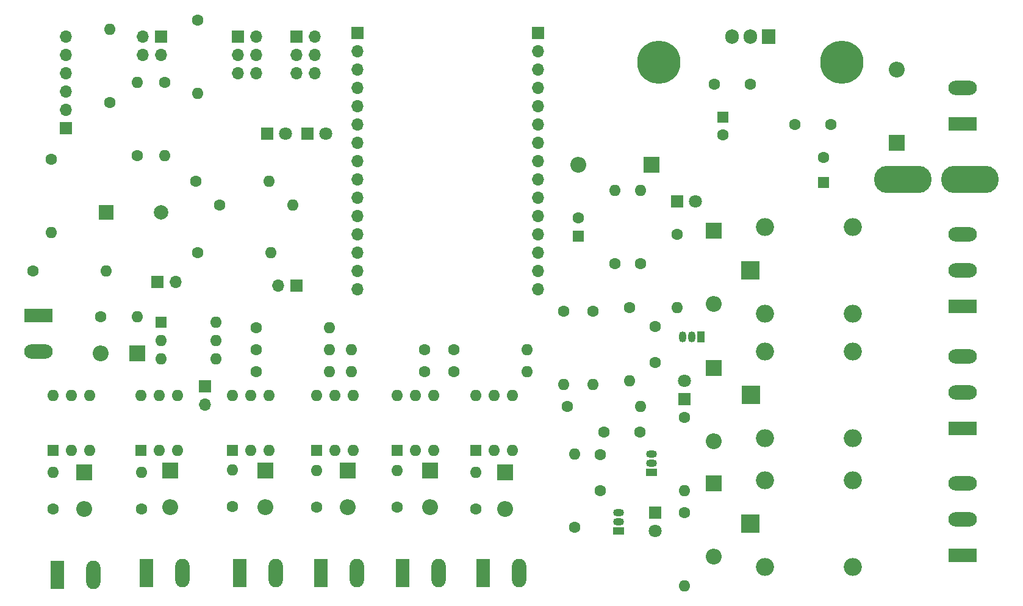
<source format=gbr>
%TF.GenerationSoftware,KiCad,Pcbnew,(5.1.9)-1*%
%TF.CreationDate,2022-01-12T17:44:04+01:00*%
%TF.ProjectId,Allarmino,416c6c61-726d-4696-9e6f-2e6b69636164,rev?*%
%TF.SameCoordinates,Original*%
%TF.FileFunction,Soldermask,Top*%
%TF.FilePolarity,Negative*%
%FSLAX46Y46*%
G04 Gerber Fmt 4.6, Leading zero omitted, Abs format (unit mm)*
G04 Created by KiCad (PCBNEW (5.1.9)-1) date 2022-01-12 17:44:04*
%MOMM*%
%LPD*%
G01*
G04 APERTURE LIST*
%ADD10R,2.200000X2.200000*%
%ADD11O,2.200000X2.200000*%
%ADD12R,2.000000X2.000000*%
%ADD13C,2.000000*%
%ADD14C,6.000000*%
%ADD15C,1.600000*%
%ADD16O,8.000000X3.800000*%
%ADD17R,3.960000X1.980000*%
%ADD18O,3.960000X1.980000*%
%ADD19R,1.980000X3.960000*%
%ADD20O,1.980000X3.960000*%
%ADD21R,1.700000X1.700000*%
%ADD22O,1.700000X1.700000*%
%ADD23O,2.500000X2.500000*%
%ADD24R,2.500000X2.500000*%
%ADD25C,1.800000*%
%ADD26R,1.800000X1.800000*%
%ADD27O,1.050000X1.500000*%
%ADD28R,1.050000X1.500000*%
%ADD29O,1.500000X1.050000*%
%ADD30R,1.500000X1.050000*%
%ADD31O,1.600000X1.600000*%
%ADD32R,1.600000X1.600000*%
%ADD33R,1.905000X2.000000*%
%ADD34O,1.905000X2.000000*%
G04 APERTURE END LIST*
D10*
%TO.C,D3*%
X169672000Y-55880000D03*
D11*
X159512000Y-55880000D03*
%TD*%
D12*
%TO.C,BZ1*%
X93980000Y-62484000D03*
D13*
X101580000Y-62484000D03*
%TD*%
D14*
%TO.C,REF\u002A\u002A*%
X170688000Y-41656000D03*
X196088000Y-41656000D03*
%TD*%
D15*
%TO.C,C2*%
X189564000Y-50292000D03*
X194564000Y-50292000D03*
%TD*%
%TO.C,C3*%
X183388000Y-44704000D03*
X178388000Y-44704000D03*
%TD*%
%TO.C,C5*%
X170180000Y-78312000D03*
X170180000Y-83312000D03*
%TD*%
%TO.C,C6*%
X163068000Y-92964000D03*
X168068000Y-92964000D03*
%TD*%
%TO.C,C7*%
X162560000Y-96092000D03*
X162560000Y-101092000D03*
%TD*%
D10*
%TO.C,D1*%
X203708000Y-52832000D03*
D11*
X203708000Y-42672000D03*
%TD*%
%TO.C,D2*%
X178308000Y-75184000D03*
D10*
X178308000Y-65024000D03*
%TD*%
D11*
%TO.C,D4*%
X178308000Y-94234000D03*
D10*
X178308000Y-84074000D03*
%TD*%
%TO.C,D5*%
X178308000Y-100076000D03*
D11*
X178308000Y-110236000D03*
%TD*%
D16*
%TO.C,F1*%
X204568000Y-57912000D03*
X213868000Y-57912000D03*
%TD*%
D17*
%TO.C,CN1*%
X212852000Y-50212000D03*
D18*
X212852000Y-45212000D03*
%TD*%
D17*
%TO.C,CN2*%
X212852000Y-75532000D03*
D18*
X212852000Y-70532000D03*
X212852000Y-65532000D03*
%TD*%
D17*
%TO.C,CN3*%
X212852000Y-92456000D03*
D18*
X212852000Y-87456000D03*
X212852000Y-82456000D03*
%TD*%
%TO.C,CN4*%
X212852000Y-100076000D03*
X212852000Y-105076000D03*
D17*
X212852000Y-110076000D03*
%TD*%
D19*
%TO.C,CN9*%
X146304000Y-112522000D03*
D20*
X151304000Y-112522000D03*
%TD*%
%TO.C,CN10*%
X140128000Y-112522000D03*
D19*
X135128000Y-112522000D03*
%TD*%
%TO.C,CN11*%
X123778000Y-112522000D03*
D20*
X128778000Y-112522000D03*
%TD*%
D19*
%TO.C,CN12*%
X112522000Y-112522000D03*
D20*
X117522000Y-112522000D03*
%TD*%
%TO.C,CN13*%
X104568000Y-112522000D03*
D19*
X99568000Y-112522000D03*
%TD*%
D20*
%TO.C,CN14*%
X92202000Y-112776000D03*
D19*
X87202000Y-112776000D03*
%TD*%
D18*
%TO.C,CN15*%
X84582000Y-81788000D03*
D17*
X84582000Y-76788000D03*
%TD*%
D21*
%TO.C,CN7*%
X101600000Y-38100000D03*
D22*
X101600000Y-40640000D03*
X99060000Y-38100000D03*
X99060000Y-40640000D03*
%TD*%
%TO.C,CN5*%
X114808000Y-43180000D03*
X112268000Y-43180000D03*
X114808000Y-40640000D03*
X112268000Y-40640000D03*
X114808000Y-38100000D03*
D21*
X112268000Y-38100000D03*
%TD*%
%TO.C,CN6*%
X120396000Y-38100000D03*
D22*
X122936000Y-38100000D03*
X120396000Y-40640000D03*
X122936000Y-40640000D03*
X120396000Y-43180000D03*
X122936000Y-43180000D03*
%TD*%
D21*
%TO.C,CN8*%
X88392000Y-50800000D03*
D22*
X88392000Y-48260000D03*
X88392000Y-45720000D03*
X88392000Y-43180000D03*
X88392000Y-40640000D03*
X88392000Y-38100000D03*
%TD*%
%TO.C,JP1*%
X107696000Y-89154000D03*
D21*
X107696000Y-86614000D03*
%TD*%
%TO.C,JP2*%
X120396000Y-72644000D03*
D22*
X117856000Y-72644000D03*
%TD*%
D21*
%TO.C,JP3*%
X101092000Y-72136000D03*
D22*
X103632000Y-72136000D03*
%TD*%
D23*
%TO.C,RL1*%
X185388000Y-64516000D03*
X197588000Y-64516000D03*
X197588000Y-76516000D03*
X185388000Y-76516000D03*
D24*
X183388000Y-70516000D03*
%TD*%
%TO.C,RL2*%
X183420000Y-87788000D03*
D23*
X185420000Y-93788000D03*
X197620000Y-93788000D03*
X197620000Y-81788000D03*
X185420000Y-81788000D03*
%TD*%
D24*
%TO.C,RL3*%
X183388000Y-105664000D03*
D23*
X185388000Y-111664000D03*
X197588000Y-111664000D03*
X197588000Y-99664000D03*
X185388000Y-99664000D03*
%TD*%
D25*
%TO.C,LD1*%
X175768000Y-60960000D03*
D26*
X173228000Y-60960000D03*
%TD*%
%TO.C,LD2*%
X174244000Y-88392000D03*
D25*
X174244000Y-85852000D03*
%TD*%
D26*
%TO.C,LD3*%
X170180000Y-104140000D03*
D25*
X170180000Y-106680000D03*
%TD*%
%TO.C,LD4*%
X124460000Y-51562000D03*
D26*
X121920000Y-51562000D03*
%TD*%
%TO.C,LD5*%
X116332000Y-51562000D03*
D25*
X118872000Y-51562000D03*
%TD*%
D27*
%TO.C,T1*%
X175260000Y-79756000D03*
X173990000Y-79756000D03*
D28*
X176530000Y-79756000D03*
%TD*%
D29*
%TO.C,T2*%
X169672000Y-97282000D03*
X169672000Y-96012000D03*
D30*
X169672000Y-98552000D03*
%TD*%
%TO.C,T3*%
X165100000Y-106680000D03*
D29*
X165100000Y-104140000D03*
X165100000Y-105410000D03*
%TD*%
D15*
%TO.C,R1*%
X166624000Y-75692000D03*
D31*
X166624000Y-85852000D03*
%TD*%
D15*
%TO.C,R2*%
X173228000Y-65532000D03*
D31*
X173228000Y-75692000D03*
%TD*%
%TO.C,R3*%
X164592000Y-59436000D03*
D15*
X164592000Y-69596000D03*
%TD*%
%TO.C,R4*%
X168148000Y-69596000D03*
D31*
X168148000Y-59436000D03*
%TD*%
D15*
%TO.C,R5*%
X174244000Y-90932000D03*
D31*
X174244000Y-101092000D03*
%TD*%
%TO.C,R6*%
X168148000Y-89408000D03*
D15*
X157988000Y-89408000D03*
%TD*%
%TO.C,R7*%
X161544000Y-76200000D03*
D31*
X161544000Y-86360000D03*
%TD*%
%TO.C,R8*%
X174244000Y-114300000D03*
D15*
X174244000Y-104140000D03*
%TD*%
D31*
%TO.C,R9*%
X159004000Y-96012000D03*
D15*
X159004000Y-106172000D03*
%TD*%
D31*
%TO.C,R10*%
X157480000Y-86360000D03*
D15*
X157480000Y-76200000D03*
%TD*%
%TO.C,R11*%
X142240000Y-81534000D03*
D31*
X152400000Y-81534000D03*
%TD*%
D15*
%TO.C,R13*%
X142240000Y-84582000D03*
D31*
X152400000Y-84582000D03*
%TD*%
%TO.C,R15*%
X128016000Y-81534000D03*
D15*
X138176000Y-81534000D03*
%TD*%
D31*
%TO.C,R17*%
X128016000Y-84582000D03*
D15*
X138176000Y-84582000D03*
%TD*%
%TO.C,R19*%
X114808000Y-84582000D03*
D31*
X124968000Y-84582000D03*
%TD*%
%TO.C,R21*%
X124968000Y-81534000D03*
D15*
X114808000Y-81534000D03*
%TD*%
%TO.C,R23*%
X114808000Y-78486000D03*
D31*
X124968000Y-78486000D03*
%TD*%
%TO.C,R25*%
X93980000Y-70612000D03*
D15*
X83820000Y-70612000D03*
%TD*%
%TO.C,R26*%
X86360000Y-55118000D03*
D31*
X86360000Y-65278000D03*
%TD*%
D15*
%TO.C,R27*%
X106680000Y-68072000D03*
D31*
X116840000Y-68072000D03*
%TD*%
D15*
%TO.C,R28*%
X109728000Y-61468000D03*
D31*
X119888000Y-61468000D03*
%TD*%
D15*
%TO.C,R29*%
X106426000Y-58166000D03*
D31*
X116586000Y-58166000D03*
%TD*%
%TO.C,R30*%
X94488000Y-37084000D03*
D15*
X94488000Y-47244000D03*
%TD*%
D31*
%TO.C,R31*%
X98298000Y-44450000D03*
D15*
X98298000Y-54610000D03*
%TD*%
%TO.C,R32*%
X106680000Y-35814000D03*
D31*
X106680000Y-45974000D03*
%TD*%
%TO.C,R33*%
X102108000Y-54610000D03*
D15*
X102108000Y-44450000D03*
%TD*%
D22*
%TO.C,U1*%
X153924000Y-73199001D03*
X153924000Y-70659001D03*
X153924000Y-68119001D03*
X153924000Y-65579001D03*
X153924000Y-63039001D03*
X153924000Y-60499001D03*
X153924000Y-57959001D03*
X153924000Y-55419001D03*
X153924000Y-52879001D03*
X153924000Y-50339001D03*
X153924000Y-47799001D03*
X153924000Y-45259001D03*
X153924000Y-42719001D03*
X153924000Y-40179001D03*
D21*
X153924000Y-37639001D03*
%TD*%
D31*
%TO.C,U2*%
X145288000Y-87884000D03*
X150368000Y-95504000D03*
X147828000Y-87884000D03*
X147828000Y-95504000D03*
X150368000Y-87884000D03*
D32*
X145288000Y-95504000D03*
%TD*%
%TO.C,U3*%
X134366000Y-95504000D03*
D31*
X139446000Y-87884000D03*
X136906000Y-95504000D03*
X136906000Y-87884000D03*
X139446000Y-95504000D03*
X134366000Y-87884000D03*
%TD*%
D32*
%TO.C,U4*%
X123190000Y-95504000D03*
D31*
X128270000Y-87884000D03*
X125730000Y-95504000D03*
X125730000Y-87884000D03*
X128270000Y-95504000D03*
X123190000Y-87884000D03*
%TD*%
D32*
%TO.C,U5*%
X111506000Y-95504000D03*
D31*
X116586000Y-87884000D03*
X114046000Y-95504000D03*
X114046000Y-87884000D03*
X116586000Y-95504000D03*
X111506000Y-87884000D03*
%TD*%
%TO.C,U6*%
X98806000Y-87884000D03*
X103886000Y-95504000D03*
X101346000Y-87884000D03*
X101346000Y-95504000D03*
X103886000Y-87884000D03*
D32*
X98806000Y-95504000D03*
%TD*%
%TO.C,U7*%
X86614000Y-95504000D03*
D31*
X91694000Y-87884000D03*
X89154000Y-95504000D03*
X89154000Y-87884000D03*
X91694000Y-95504000D03*
X86614000Y-87884000D03*
%TD*%
%TO.C,U8*%
X109220000Y-77724000D03*
X101600000Y-82804000D03*
X109220000Y-80264000D03*
X101600000Y-80264000D03*
X109220000Y-82804000D03*
D32*
X101600000Y-77724000D03*
%TD*%
D33*
%TO.C,U9*%
X185928000Y-38100000D03*
D34*
X183388000Y-38100000D03*
X180848000Y-38100000D03*
%TD*%
D21*
%TO.C,U_1*%
X128825001Y-37639001D03*
D22*
X128825001Y-40179001D03*
X128825001Y-42719001D03*
X128825001Y-45259001D03*
X128825001Y-47799001D03*
X128825001Y-50339001D03*
X128825001Y-52879001D03*
X128825001Y-55419001D03*
X128825001Y-57959001D03*
X128825001Y-60499001D03*
X128825001Y-63039001D03*
X128825001Y-65579001D03*
X128825001Y-68119001D03*
X128825001Y-70659001D03*
X128825001Y-73199001D03*
%TD*%
D32*
%TO.C,C4*%
X179578000Y-49276000D03*
D15*
X179578000Y-51776000D03*
%TD*%
D32*
%TO.C,C1*%
X193548000Y-58364000D03*
D15*
X193548000Y-54864000D03*
%TD*%
D10*
%TO.C,D6*%
X149352000Y-98552000D03*
D11*
X149352000Y-103632000D03*
%TD*%
D10*
%TO.C,D7*%
X138938000Y-98298000D03*
D11*
X138938000Y-103378000D03*
%TD*%
%TO.C,D8*%
X127508000Y-103378000D03*
D10*
X127508000Y-98298000D03*
%TD*%
%TO.C,D9*%
X116078000Y-98298000D03*
D11*
X116078000Y-103378000D03*
%TD*%
%TO.C,D10*%
X102870000Y-103378000D03*
D10*
X102870000Y-98298000D03*
%TD*%
D11*
%TO.C,D11*%
X90932000Y-103632000D03*
D10*
X90932000Y-98552000D03*
%TD*%
%TO.C,D12*%
X98298000Y-82042000D03*
D11*
X93218000Y-82042000D03*
%TD*%
D31*
%TO.C,R12*%
X145288000Y-98552000D03*
D15*
X145288000Y-103632000D03*
%TD*%
%TO.C,R14*%
X134366000Y-103378000D03*
D31*
X134366000Y-98298000D03*
%TD*%
D15*
%TO.C,R16*%
X123190000Y-103378000D03*
D31*
X123190000Y-98298000D03*
%TD*%
D15*
%TO.C,R18*%
X111513001Y-103314999D03*
D31*
X111513001Y-98234999D03*
%TD*%
%TO.C,R20*%
X98865001Y-98532999D03*
D15*
X98865001Y-103612999D03*
%TD*%
D31*
%TO.C,R22*%
X86614000Y-98552000D03*
D15*
X86614000Y-103632000D03*
%TD*%
%TO.C,R24*%
X93218000Y-76962000D03*
D31*
X98298000Y-76962000D03*
%TD*%
D32*
%TO.C,C8*%
X159512000Y-65786000D03*
D15*
X159512000Y-63286000D03*
%TD*%
M02*

</source>
